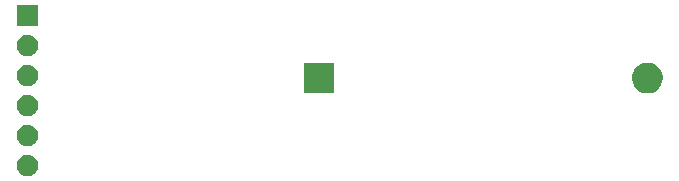
<source format=gbr>
G04 #@! TF.GenerationSoftware,KiCad,Pcbnew,5.1.5+dfsg1-2build2*
G04 #@! TF.CreationDate,2021-03-11T19:48:37+03:00*
G04 #@! TF.ProjectId,NRF_SENDER,4e52465f-5345-44e4-9445-522e6b696361,rev?*
G04 #@! TF.SameCoordinates,Original*
G04 #@! TF.FileFunction,Soldermask,Bot*
G04 #@! TF.FilePolarity,Negative*
%FSLAX46Y46*%
G04 Gerber Fmt 4.6, Leading zero omitted, Abs format (unit mm)*
G04 Created by KiCad (PCBNEW 5.1.5+dfsg1-2build2) date 2021-03-11 19:48:37*
%MOMM*%
%LPD*%
G04 APERTURE LIST*
%ADD10C,0.100000*%
G04 APERTURE END LIST*
D10*
G36*
X71263512Y-84753927D02*
G01*
X71412812Y-84783624D01*
X71576784Y-84851544D01*
X71724354Y-84950147D01*
X71849853Y-85075646D01*
X71948456Y-85223216D01*
X72016376Y-85387188D01*
X72051000Y-85561259D01*
X72051000Y-85738741D01*
X72016376Y-85912812D01*
X71948456Y-86076784D01*
X71849853Y-86224354D01*
X71724354Y-86349853D01*
X71576784Y-86448456D01*
X71412812Y-86516376D01*
X71263512Y-86546073D01*
X71238742Y-86551000D01*
X71061258Y-86551000D01*
X71036488Y-86546073D01*
X70887188Y-86516376D01*
X70723216Y-86448456D01*
X70575646Y-86349853D01*
X70450147Y-86224354D01*
X70351544Y-86076784D01*
X70283624Y-85912812D01*
X70249000Y-85738741D01*
X70249000Y-85561259D01*
X70283624Y-85387188D01*
X70351544Y-85223216D01*
X70450147Y-85075646D01*
X70575646Y-84950147D01*
X70723216Y-84851544D01*
X70887188Y-84783624D01*
X71036488Y-84753927D01*
X71061258Y-84749000D01*
X71238742Y-84749000D01*
X71263512Y-84753927D01*
G37*
G36*
X71263512Y-82213927D02*
G01*
X71412812Y-82243624D01*
X71576784Y-82311544D01*
X71724354Y-82410147D01*
X71849853Y-82535646D01*
X71948456Y-82683216D01*
X72016376Y-82847188D01*
X72051000Y-83021259D01*
X72051000Y-83198741D01*
X72016376Y-83372812D01*
X71948456Y-83536784D01*
X71849853Y-83684354D01*
X71724354Y-83809853D01*
X71576784Y-83908456D01*
X71412812Y-83976376D01*
X71263512Y-84006073D01*
X71238742Y-84011000D01*
X71061258Y-84011000D01*
X71036488Y-84006073D01*
X70887188Y-83976376D01*
X70723216Y-83908456D01*
X70575646Y-83809853D01*
X70450147Y-83684354D01*
X70351544Y-83536784D01*
X70283624Y-83372812D01*
X70249000Y-83198741D01*
X70249000Y-83021259D01*
X70283624Y-82847188D01*
X70351544Y-82683216D01*
X70450147Y-82535646D01*
X70575646Y-82410147D01*
X70723216Y-82311544D01*
X70887188Y-82243624D01*
X71036488Y-82213927D01*
X71061258Y-82209000D01*
X71238742Y-82209000D01*
X71263512Y-82213927D01*
G37*
G36*
X71263512Y-79673927D02*
G01*
X71412812Y-79703624D01*
X71576784Y-79771544D01*
X71724354Y-79870147D01*
X71849853Y-79995646D01*
X71948456Y-80143216D01*
X72016376Y-80307188D01*
X72051000Y-80481259D01*
X72051000Y-80658741D01*
X72016376Y-80832812D01*
X71948456Y-80996784D01*
X71849853Y-81144354D01*
X71724354Y-81269853D01*
X71576784Y-81368456D01*
X71412812Y-81436376D01*
X71263512Y-81466073D01*
X71238742Y-81471000D01*
X71061258Y-81471000D01*
X71036488Y-81466073D01*
X70887188Y-81436376D01*
X70723216Y-81368456D01*
X70575646Y-81269853D01*
X70450147Y-81144354D01*
X70351544Y-80996784D01*
X70283624Y-80832812D01*
X70249000Y-80658741D01*
X70249000Y-80481259D01*
X70283624Y-80307188D01*
X70351544Y-80143216D01*
X70450147Y-79995646D01*
X70575646Y-79870147D01*
X70723216Y-79771544D01*
X70887188Y-79703624D01*
X71036488Y-79673927D01*
X71061258Y-79669000D01*
X71238742Y-79669000D01*
X71263512Y-79673927D01*
G37*
G36*
X124019487Y-76988996D02*
G01*
X124256253Y-77087068D01*
X124256255Y-77087069D01*
X124319009Y-77129000D01*
X124469339Y-77229447D01*
X124650553Y-77410661D01*
X124792932Y-77623747D01*
X124891004Y-77860513D01*
X124941000Y-78111861D01*
X124941000Y-78368139D01*
X124891004Y-78619487D01*
X124804446Y-78828456D01*
X124792931Y-78856255D01*
X124650553Y-79069339D01*
X124469339Y-79250553D01*
X124256255Y-79392931D01*
X124256254Y-79392932D01*
X124256253Y-79392932D01*
X124019487Y-79491004D01*
X123768139Y-79541000D01*
X123511861Y-79541000D01*
X123260513Y-79491004D01*
X123023747Y-79392932D01*
X123023746Y-79392932D01*
X123023745Y-79392931D01*
X122810661Y-79250553D01*
X122629447Y-79069339D01*
X122487069Y-78856255D01*
X122475554Y-78828456D01*
X122388996Y-78619487D01*
X122339000Y-78368139D01*
X122339000Y-78111861D01*
X122388996Y-77860513D01*
X122487068Y-77623747D01*
X122629447Y-77410661D01*
X122810661Y-77229447D01*
X122960991Y-77129000D01*
X123023745Y-77087069D01*
X123023747Y-77087068D01*
X123260513Y-76988996D01*
X123511861Y-76939000D01*
X123768139Y-76939000D01*
X124019487Y-76988996D01*
G37*
G36*
X97141000Y-79541000D02*
G01*
X94539000Y-79541000D01*
X94539000Y-76939000D01*
X97141000Y-76939000D01*
X97141000Y-79541000D01*
G37*
G36*
X71263512Y-77133927D02*
G01*
X71412812Y-77163624D01*
X71576784Y-77231544D01*
X71724354Y-77330147D01*
X71849853Y-77455646D01*
X71948456Y-77603216D01*
X72016376Y-77767188D01*
X72051000Y-77941259D01*
X72051000Y-78118741D01*
X72016376Y-78292812D01*
X71948456Y-78456784D01*
X71849853Y-78604354D01*
X71724354Y-78729853D01*
X71576784Y-78828456D01*
X71412812Y-78896376D01*
X71263512Y-78926073D01*
X71238742Y-78931000D01*
X71061258Y-78931000D01*
X71036488Y-78926073D01*
X70887188Y-78896376D01*
X70723216Y-78828456D01*
X70575646Y-78729853D01*
X70450147Y-78604354D01*
X70351544Y-78456784D01*
X70283624Y-78292812D01*
X70249000Y-78118741D01*
X70249000Y-77941259D01*
X70283624Y-77767188D01*
X70351544Y-77603216D01*
X70450147Y-77455646D01*
X70575646Y-77330147D01*
X70723216Y-77231544D01*
X70887188Y-77163624D01*
X71036488Y-77133927D01*
X71061258Y-77129000D01*
X71238742Y-77129000D01*
X71263512Y-77133927D01*
G37*
G36*
X71263512Y-74593927D02*
G01*
X71412812Y-74623624D01*
X71576784Y-74691544D01*
X71724354Y-74790147D01*
X71849853Y-74915646D01*
X71948456Y-75063216D01*
X72016376Y-75227188D01*
X72051000Y-75401259D01*
X72051000Y-75578741D01*
X72016376Y-75752812D01*
X71948456Y-75916784D01*
X71849853Y-76064354D01*
X71724354Y-76189853D01*
X71576784Y-76288456D01*
X71412812Y-76356376D01*
X71263512Y-76386073D01*
X71238742Y-76391000D01*
X71061258Y-76391000D01*
X71036488Y-76386073D01*
X70887188Y-76356376D01*
X70723216Y-76288456D01*
X70575646Y-76189853D01*
X70450147Y-76064354D01*
X70351544Y-75916784D01*
X70283624Y-75752812D01*
X70249000Y-75578741D01*
X70249000Y-75401259D01*
X70283624Y-75227188D01*
X70351544Y-75063216D01*
X70450147Y-74915646D01*
X70575646Y-74790147D01*
X70723216Y-74691544D01*
X70887188Y-74623624D01*
X71036488Y-74593927D01*
X71061258Y-74589000D01*
X71238742Y-74589000D01*
X71263512Y-74593927D01*
G37*
G36*
X72051000Y-73851000D02*
G01*
X70249000Y-73851000D01*
X70249000Y-72049000D01*
X72051000Y-72049000D01*
X72051000Y-73851000D01*
G37*
M02*

</source>
